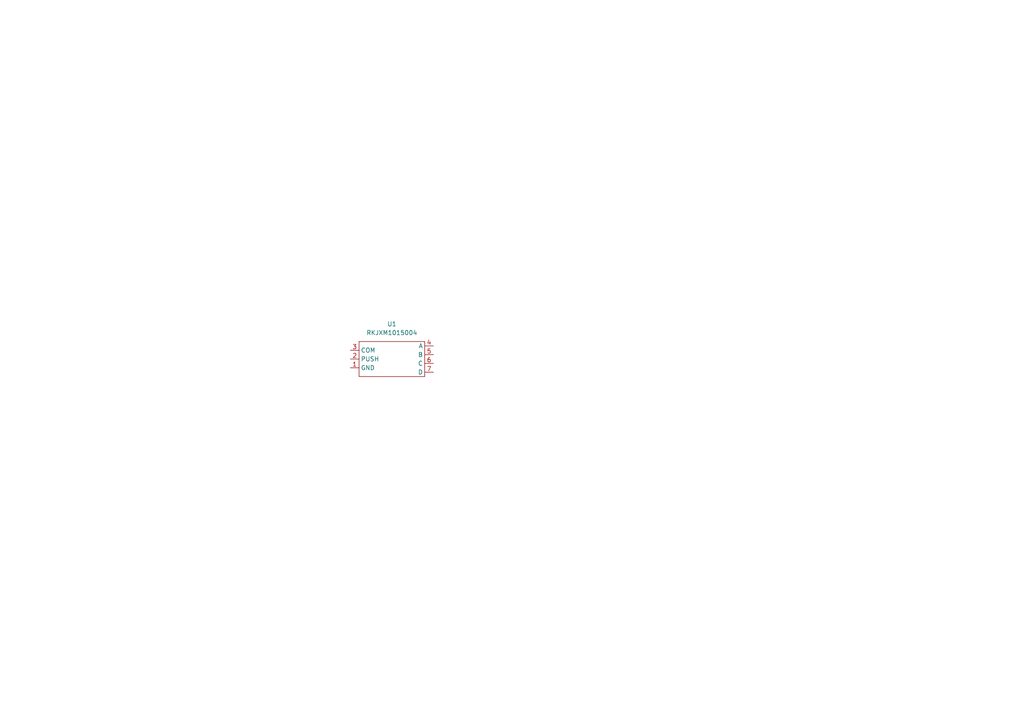
<source format=kicad_sch>
(kicad_sch (version 20211123) (generator eeschema)
  (paper "A4")
  (lib_symbols
    (symbol "MyLibrary:RKJXM1015004"
      (property "Reference" "U" (at 0 3.81 0))
      (property "Value" "RKJXM1015004" (at 0 13.97 0))
      (symbol "RKJXM1015004_0_1"
        (rectangle (start -10.16 12.7) (end 8.89 2.54))
      )
      (symbol "RKJXM1015004_1_1"
        (pin power_out line (at -12.7 5.08 0) (length 2.54) (name "GND") (number "1"))
        (pin power_in line (at -12.7 7.62 0) (length 2.54) (name "PUSH") (number "2"))
        (pin output line (at -12.7 10.16 0) (length 2.54) (name "COM") (number "3"))
        (pin output line (at 11.43 11.43 180) (length 2.54) (name "A") (number "4"))
        (pin output line (at 11.43 8.89 180) (length 2.54) (name "B") (number "5"))
        (pin output line (at 11.43 6.35 180) (length 2.54) (name "C") (number "6"))
        (pin output line (at 11.43 3.81 180) (length 2.54) (name "D") (number "7"))
      )
    )
  )
  (symbol (lib_id "MyLibrary:RKJXM1015004") (at 114.3 111.76 0) (unit 1)
    (property "Reference" "U1" (at 113.665 93.98 0))
    (property "Value" "RKJXM1015004" (at 113.665 96.52 0))
    (property "Footprint" "MyLibrary:RKJXM1015004" (effects hide))
  )
)
</source>
